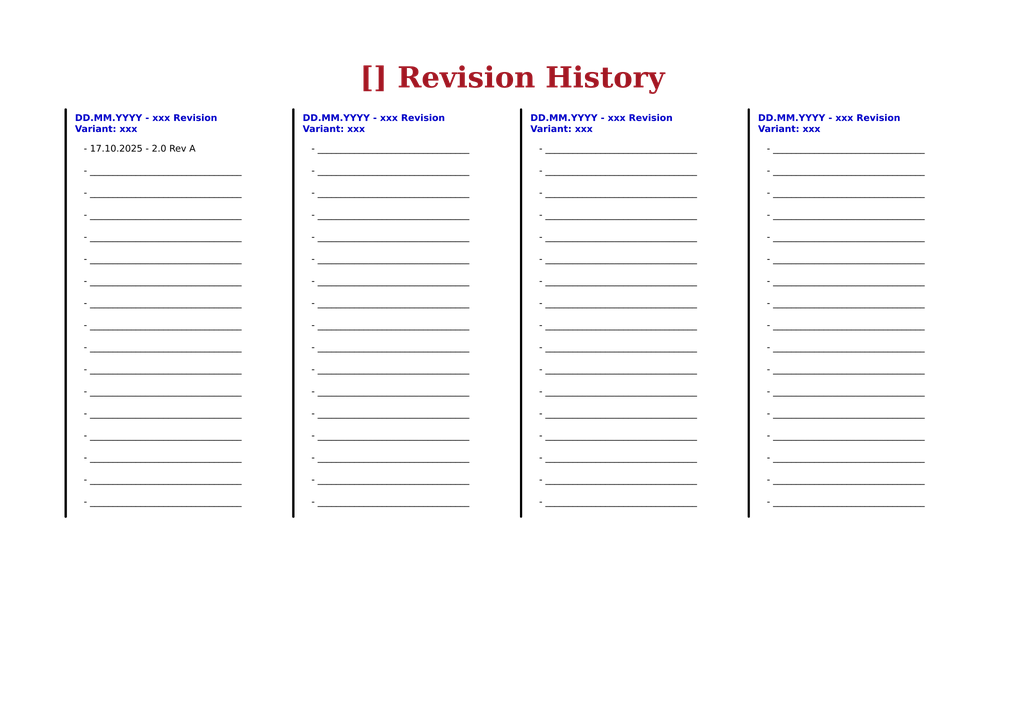
<source format=kicad_sch>
(kicad_sch
	(version 20250114)
	(generator "eeschema")
	(generator_version "9.0")
	(uuid "ea8c4f5e-7a49-4faf-a994-dbc85ed86b0a")
	(paper "A4")
	(title_block
		(title "Revision History")
		(date "2025-09-09")
		(rev "${REVISION}")
		(company "${COMPANY}")
	)
	(lib_symbols)
	(text_box "- _________________________________\n\n- _________________________________\n\n- _________________________________\n\n- _________________________________\n\n- _________________________________\n\n- _________________________________\n\n- _________________________________\n\n- _________________________________\n\n- _________________________________\n\n- _________________________________\n\n- _________________________________\n\n- _________________________________\n\n- _________________________________\n\n- _________________________________\n\n- _________________________________\n\n- _________________________________\n\n- _________________________________"
		(exclude_from_sim no)
		(at 220.98 40.64 0)
		(size 58.42 115.57)
		(margins 1.4287 1.4287 1.4287 1.4287)
		(stroke
			(width -0.0001)
			(type default)
		)
		(fill
			(type none)
		)
		(effects
			(font
				(face "Arial")
				(size 1.905 1.905)
				(color 0 0 0 1)
			)
			(justify left top)
		)
		(uuid "0c062e2b-2be1-4307-b752-045c211787f4")
	)
	(text_box "DD.MM.YYYY - xxx Revision\nVariant: xxx"
		(exclude_from_sim no)
		(at 86.36 31.75 0)
		(size 57.15 7.62)
		(margins 1.4287 1.4287 1.4287 1.4287)
		(stroke
			(width -0.0001)
			(type default)
		)
		(fill
			(type none)
		)
		(effects
			(font
				(face "Arial")
				(size 1.905 1.905)
				(thickness 0.254)
				(bold yes)
			)
			(justify left top)
		)
		(uuid "14f2d7b6-dcd6-4c43-91a3-c7a76690654c")
	)
	(text_box "[${#}] ${TITLE}"
		(exclude_from_sim no)
		(at 80.01 16.51 0)
		(size 137.16 12.7)
		(margins 4.4999 4.4999 4.4999 4.4999)
		(stroke
			(width -0.0001)
			(type default)
		)
		(fill
			(type none)
		)
		(effects
			(font
				(face "Times New Roman")
				(size 6 6)
				(thickness 1.2)
				(bold yes)
				(color 162 22 34 1)
			)
		)
		(uuid "20a0a094-ac98-46df-bdac-21d5721f7697")
	)
	(text_box "DD.MM.YYYY - xxx Revision\nVariant: xxx"
		(exclude_from_sim no)
		(at 152.4 31.75 0)
		(size 57.15 7.62)
		(margins 1.4287 1.4287 1.4287 1.4287)
		(stroke
			(width -0.0001)
			(type default)
		)
		(fill
			(type none)
		)
		(effects
			(font
				(face "Arial")
				(size 1.905 1.905)
				(thickness 0.254)
				(bold yes)
			)
			(justify left top)
		)
		(uuid "61447e65-3862-4ca7-a61e-5d8506cb38bb")
	)
	(text_box "- 17.10.2025 - 2.0 Rev A\n\n- _________________________________\n\n- _________________________________\n\n- _________________________________\n\n- _________________________________\n\n- _________________________________\n\n- _________________________________\n\n- _________________________________\n\n- _________________________________\n\n- _________________________________\n\n- _________________________________\n\n- _________________________________\n\n- _________________________________\n\n- _________________________________\n\n- _________________________________\n\n- _________________________________\n\n- _________________________________"
		(exclude_from_sim no)
		(at 22.86 40.64 0)
		(size 58.42 115.57)
		(margins 1.4287 1.4287 1.4287 1.4287)
		(stroke
			(width -0.0001)
			(type solid)
		)
		(fill
			(type none)
		)
		(effects
			(font
				(face "Arial")
				(size 1.905 1.905)
				(color 0 0 0 1)
			)
			(justify left top)
		)
		(uuid "7cea8527-91c8-47c3-a860-064e128bcffe")
	)
	(text_box "- _________________________________\n\n- _________________________________\n\n- _________________________________\n\n- _________________________________\n\n- _________________________________\n\n- _________________________________\n\n- _________________________________\n\n- _________________________________\n\n- _________________________________\n\n- _________________________________\n\n- _________________________________\n\n- _________________________________\n\n- _________________________________\n\n- _________________________________\n\n- _________________________________\n\n- _________________________________\n\n- _________________________________"
		(exclude_from_sim no)
		(at 154.94 40.64 0)
		(size 58.42 115.57)
		(margins 1.4287 1.4287 1.4287 1.4287)
		(stroke
			(width -0.0001)
			(type default)
		)
		(fill
			(type none)
		)
		(effects
			(font
				(face "Arial")
				(size 1.905 1.905)
				(color 0 0 0 1)
			)
			(justify left top)
		)
		(uuid "8ad0acb7-8a2e-40a2-87c7-888a93359ccd")
	)
	(text_box "DD.MM.YYYY - xxx Revision\nVariant: xxx"
		(exclude_from_sim no)
		(at 20.32 31.75 0)
		(size 57.15 7.62)
		(margins 1.4287 1.4287 1.4287 1.4287)
		(stroke
			(width -0.0001)
			(type default)
		)
		(fill
			(type none)
		)
		(effects
			(font
				(face "Arial")
				(size 1.905 1.905)
				(thickness 0.254)
				(bold yes)
			)
			(justify left top)
		)
		(uuid "922c5813-4880-4ddf-ba01-939f72022a9d")
	)
	(text_box "- _________________________________\n\n- _________________________________\n\n- _________________________________\n\n- _________________________________\n\n- _________________________________\n\n- _________________________________\n\n- _________________________________\n\n- _________________________________\n\n- _________________________________\n\n- _________________________________\n\n- _________________________________\n\n- _________________________________\n\n- _________________________________\n\n- _________________________________\n\n- _________________________________\n\n- _________________________________\n\n- _________________________________"
		(exclude_from_sim no)
		(at 88.9 40.64 0)
		(size 58.42 115.57)
		(margins 1.4287 1.4287 1.4287 1.4287)
		(stroke
			(width -0.0001)
			(type default)
		)
		(fill
			(type none)
		)
		(effects
			(font
				(face "Arial")
				(size 1.905 1.905)
				(color 0 0 0 1)
			)
			(justify left top)
		)
		(uuid "cd63b456-8f62-4290-9191-6ad427c40f65")
	)
	(text_box "DD.MM.YYYY - xxx Revision\nVariant: xxx"
		(exclude_from_sim no)
		(at 218.44 31.75 0)
		(size 57.15 7.62)
		(margins 1.4287 1.4287 1.4287 1.4287)
		(stroke
			(width -0.0001)
			(type default)
		)
		(fill
			(type none)
		)
		(effects
			(font
				(face "Arial")
				(size 1.905 1.905)
				(thickness 0.254)
				(bold yes)
			)
			(justify left top)
		)
		(uuid "f47af890-f55a-44bf-b54f-b7df3adde008")
	)
	(polyline
		(pts
			(xy 19.05 31.75) (xy 19.05 149.86)
		)
		(stroke
			(width 0.635)
			(type default)
			(color 0 0 0 1)
		)
		(uuid "4849fe72-6429-4f5b-a9e6-56656658a37b")
	)
	(polyline
		(pts
			(xy 85.09 31.75) (xy 85.09 149.86)
		)
		(stroke
			(width 0.635)
			(type default)
			(color 0 0 0 1)
		)
		(uuid "5f29c90a-4bd5-401c-a0f6-a99df09914f4")
	)
	(polyline
		(pts
			(xy 85.09 31.75) (xy 85.09 149.86)
		)
		(stroke
			(width 0.635)
			(type default)
			(color 0 0 0 1)
		)
		(uuid "74018a10-ab58-4dc2-b4e6-376117e1ffc0")
	)
	(polyline
		(pts
			(xy 151.13 31.75) (xy 151.13 149.86)
		)
		(stroke
			(width 0.635)
			(type default)
			(color 0 0 0 1)
		)
		(uuid "a6b610d4-f09b-4d6e-ac67-0bb3d0e09fbe")
	)
	(polyline
		(pts
			(xy 19.05 31.75) (xy 19.05 149.86)
		)
		(stroke
			(width 0.635)
			(type default)
			(color 0 0 0 1)
		)
		(uuid "b271ef24-6836-4d14-b8f8-8568bc734aca")
	)
	(polyline
		(pts
			(xy 217.17 31.75) (xy 217.17 149.86)
		)
		(stroke
			(width 0.635)
			(type default)
			(color 0 0 0 1)
		)
		(uuid "fe21cbb6-f53c-41a1-bc1c-520e82f71f78")
	)
)

</source>
